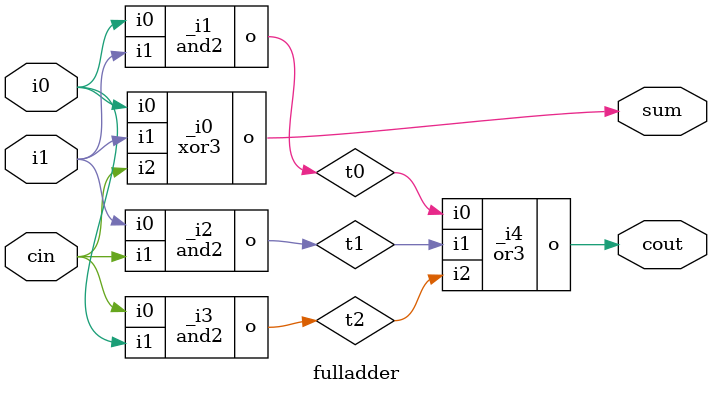
<source format=v>
module invert (input wire i, output wire o);
  assign o = !i;
endmodule

module and2 (input wire i0, i1, output wire o);
  assign o = i0 & i1;
endmodule

module or2 (input wire i0, i1, output wire o);
  assign o = i0 | i1;
endmodule

module or3 (input wire i0, i1, i2, output wire o);
  wire t;
  or2 or2_0 (i0, i1, t);
  or2 or2_1 (i2, t, o);
endmodule

module xor2 (input wire i0, i1, output wire o);
  assign o = i0 ^ i1;
endmodule

module xor3 (input wire i0, i1, i2, output wire o);
  wire t;
  xor2 xor2_0 (i0, i1, t);
  xor2 xor2_1 (i2, t, o);
endmodule

module mux2 (input wire i0, i1, j, output wire o);
  assign o = (j==0)?i0:i1;
endmodule

module df (input wire clk, in, output wire out);
  reg df_out;
  always@(posedge clk) df_out <= in;
  assign out = df_out;
endmodule

module dfr (input wire clk, reset, in, output wire out);
  wire reset_, df_in;
  invert invert_0 (reset, reset_);
  and2 and2_0 (in, reset_, df_in);
  df df_0 (clk, df_in, out);
endmodule

module dfrl (input wire clk, reset, load, in, output wire out);
wire _in;
  mux2 mux2_0(out, in, load, _in);
  dfr dfr_1(clk, reset, _in, out);
endmodule

module fulladder (input wire i0, i1, cin, output wire sum, cout); // 1 bit full adder
wire t0, t1, t2;
  xor3 _i0 (i0, i1, cin, sum);
  and2 _i1 (i0, i1, t0);
  and2 _i2 (i1, cin, t1);
  and2 _i3 (cin, i0, t2);
  or3 _i4 (t0, t1, t2, cout);
endmodule
</source>
